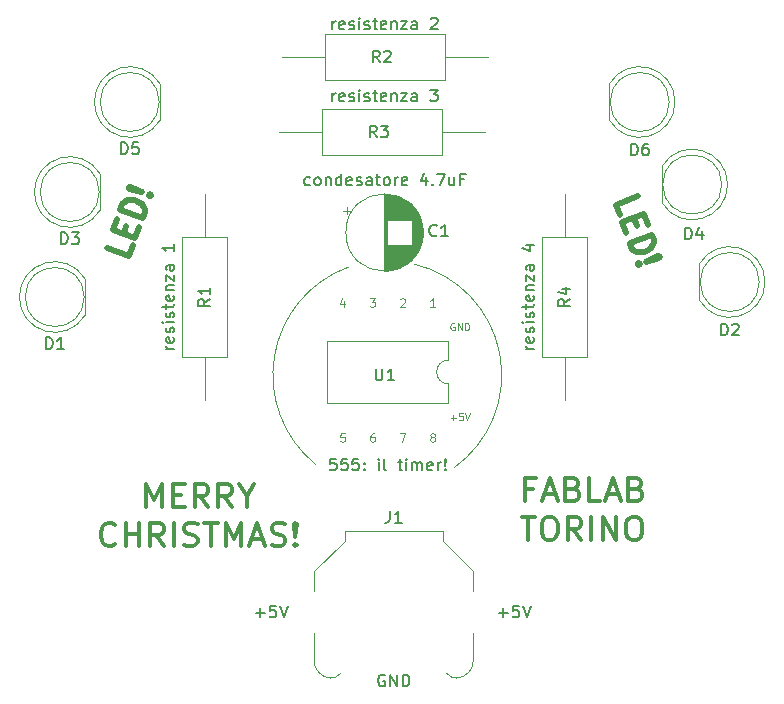
<source format=gbr>
G04 #@! TF.GenerationSoftware,KiCad,Pcbnew,(5.1.5-0)*
G04 #@! TF.CreationDate,2020-12-05T10:39:51+01:00*
G04 #@! TF.ProjectId,xmas_fablab2020,786d6173-5f66-4616-926c-616232303230,rev?*
G04 #@! TF.SameCoordinates,Original*
G04 #@! TF.FileFunction,Legend,Top*
G04 #@! TF.FilePolarity,Positive*
%FSLAX46Y46*%
G04 Gerber Fmt 4.6, Leading zero omitted, Abs format (unit mm)*
G04 Created by KiCad (PCBNEW (5.1.5-0)) date 2020-12-05 10:39:51*
%MOMM*%
%LPD*%
G04 APERTURE LIST*
%ADD10C,0.120000*%
%ADD11C,0.150000*%
%ADD12C,0.110000*%
%ADD13C,0.300000*%
%ADD14C,0.500000*%
G04 APERTURE END LIST*
D10*
X139688799Y-59450457D02*
G75*
G02X143001999Y-76707999I-2274799J-9383543D01*
G01*
X131305350Y-76397089D02*
G75*
G02X134112001Y-59690001I6108650J7563089D01*
G01*
D11*
X149804380Y-66658571D02*
X149137714Y-66658571D01*
X149328190Y-66658571D02*
X149232952Y-66610952D01*
X149185333Y-66563333D01*
X149137714Y-66468095D01*
X149137714Y-66372857D01*
X149756761Y-65658571D02*
X149804380Y-65753809D01*
X149804380Y-65944285D01*
X149756761Y-66039523D01*
X149661523Y-66087142D01*
X149280571Y-66087142D01*
X149185333Y-66039523D01*
X149137714Y-65944285D01*
X149137714Y-65753809D01*
X149185333Y-65658571D01*
X149280571Y-65610952D01*
X149375809Y-65610952D01*
X149471047Y-66087142D01*
X149756761Y-65230000D02*
X149804380Y-65134761D01*
X149804380Y-64944285D01*
X149756761Y-64849047D01*
X149661523Y-64801428D01*
X149613904Y-64801428D01*
X149518666Y-64849047D01*
X149471047Y-64944285D01*
X149471047Y-65087142D01*
X149423428Y-65182380D01*
X149328190Y-65230000D01*
X149280571Y-65230000D01*
X149185333Y-65182380D01*
X149137714Y-65087142D01*
X149137714Y-64944285D01*
X149185333Y-64849047D01*
X149804380Y-64372857D02*
X149137714Y-64372857D01*
X148804380Y-64372857D02*
X148852000Y-64420476D01*
X148899619Y-64372857D01*
X148852000Y-64325238D01*
X148804380Y-64372857D01*
X148899619Y-64372857D01*
X149756761Y-63944285D02*
X149804380Y-63849047D01*
X149804380Y-63658571D01*
X149756761Y-63563333D01*
X149661523Y-63515714D01*
X149613904Y-63515714D01*
X149518666Y-63563333D01*
X149471047Y-63658571D01*
X149471047Y-63801428D01*
X149423428Y-63896666D01*
X149328190Y-63944285D01*
X149280571Y-63944285D01*
X149185333Y-63896666D01*
X149137714Y-63801428D01*
X149137714Y-63658571D01*
X149185333Y-63563333D01*
X149137714Y-63230000D02*
X149137714Y-62849047D01*
X148804380Y-63087142D02*
X149661523Y-63087142D01*
X149756761Y-63039523D01*
X149804380Y-62944285D01*
X149804380Y-62849047D01*
X149756761Y-62134761D02*
X149804380Y-62230000D01*
X149804380Y-62420476D01*
X149756761Y-62515714D01*
X149661523Y-62563333D01*
X149280571Y-62563333D01*
X149185333Y-62515714D01*
X149137714Y-62420476D01*
X149137714Y-62230000D01*
X149185333Y-62134761D01*
X149280571Y-62087142D01*
X149375809Y-62087142D01*
X149471047Y-62563333D01*
X149137714Y-61658571D02*
X149804380Y-61658571D01*
X149232952Y-61658571D02*
X149185333Y-61610952D01*
X149137714Y-61515714D01*
X149137714Y-61372857D01*
X149185333Y-61277619D01*
X149280571Y-61230000D01*
X149804380Y-61230000D01*
X149137714Y-60849047D02*
X149137714Y-60325238D01*
X149804380Y-60849047D01*
X149804380Y-60325238D01*
X149804380Y-59515714D02*
X149280571Y-59515714D01*
X149185333Y-59563333D01*
X149137714Y-59658571D01*
X149137714Y-59849047D01*
X149185333Y-59944285D01*
X149756761Y-59515714D02*
X149804380Y-59610952D01*
X149804380Y-59849047D01*
X149756761Y-59944285D01*
X149661523Y-59991904D01*
X149566285Y-59991904D01*
X149471047Y-59944285D01*
X149423428Y-59849047D01*
X149423428Y-59610952D01*
X149375809Y-59515714D01*
X149137714Y-57849047D02*
X149804380Y-57849047D01*
X148756761Y-58087142D02*
X149471047Y-58325238D01*
X149471047Y-57706190D01*
D10*
X133737333Y-62588000D02*
X133737333Y-63054666D01*
X133570666Y-62321333D02*
X133404000Y-62821333D01*
X133837333Y-62821333D01*
X141157333Y-74084666D02*
X141090666Y-74051333D01*
X141057333Y-74018000D01*
X141024000Y-73951333D01*
X141024000Y-73918000D01*
X141057333Y-73851333D01*
X141090666Y-73818000D01*
X141157333Y-73784666D01*
X141290666Y-73784666D01*
X141357333Y-73818000D01*
X141390666Y-73851333D01*
X141424000Y-73918000D01*
X141424000Y-73951333D01*
X141390666Y-74018000D01*
X141357333Y-74051333D01*
X141290666Y-74084666D01*
X141157333Y-74084666D01*
X141090666Y-74118000D01*
X141057333Y-74151333D01*
X141024000Y-74218000D01*
X141024000Y-74351333D01*
X141057333Y-74418000D01*
X141090666Y-74451333D01*
X141157333Y-74484666D01*
X141290666Y-74484666D01*
X141357333Y-74451333D01*
X141390666Y-74418000D01*
X141424000Y-74351333D01*
X141424000Y-74218000D01*
X141390666Y-74151333D01*
X141357333Y-74118000D01*
X141290666Y-74084666D01*
X138450666Y-73784666D02*
X138917333Y-73784666D01*
X138617333Y-74484666D01*
X136277333Y-73784666D02*
X136144000Y-73784666D01*
X136077333Y-73818000D01*
X136044000Y-73851333D01*
X135977333Y-73951333D01*
X135944000Y-74084666D01*
X135944000Y-74351333D01*
X135977333Y-74418000D01*
X136010666Y-74451333D01*
X136077333Y-74484666D01*
X136210666Y-74484666D01*
X136277333Y-74451333D01*
X136310666Y-74418000D01*
X136344000Y-74351333D01*
X136344000Y-74184666D01*
X136310666Y-74118000D01*
X136277333Y-74084666D01*
X136210666Y-74051333D01*
X136077333Y-74051333D01*
X136010666Y-74084666D01*
X135977333Y-74118000D01*
X135944000Y-74184666D01*
X133770666Y-73784666D02*
X133437333Y-73784666D01*
X133404000Y-74118000D01*
X133437333Y-74084666D01*
X133504000Y-74051333D01*
X133670666Y-74051333D01*
X133737333Y-74084666D01*
X133770666Y-74118000D01*
X133804000Y-74184666D01*
X133804000Y-74351333D01*
X133770666Y-74418000D01*
X133737333Y-74451333D01*
X133670666Y-74484666D01*
X133504000Y-74484666D01*
X133437333Y-74451333D01*
X133404000Y-74418000D01*
X135910666Y-62354666D02*
X136344000Y-62354666D01*
X136110666Y-62621333D01*
X136210666Y-62621333D01*
X136277333Y-62654666D01*
X136310666Y-62688000D01*
X136344000Y-62754666D01*
X136344000Y-62921333D01*
X136310666Y-62988000D01*
X136277333Y-63021333D01*
X136210666Y-63054666D01*
X136010666Y-63054666D01*
X135944000Y-63021333D01*
X135910666Y-62988000D01*
X138484000Y-62421333D02*
X138517333Y-62388000D01*
X138584000Y-62354666D01*
X138750666Y-62354666D01*
X138817333Y-62388000D01*
X138850666Y-62421333D01*
X138884000Y-62488000D01*
X138884000Y-62554666D01*
X138850666Y-62654666D01*
X138450666Y-63054666D01*
X138884000Y-63054666D01*
X141424000Y-63054666D02*
X141024000Y-63054666D01*
X141224000Y-63054666D02*
X141224000Y-62354666D01*
X141157333Y-62454666D01*
X141090666Y-62521333D01*
X141024000Y-62554666D01*
D12*
X143052857Y-64470000D02*
X142995714Y-64441428D01*
X142910000Y-64441428D01*
X142824285Y-64470000D01*
X142767142Y-64527142D01*
X142738571Y-64584285D01*
X142710000Y-64698571D01*
X142710000Y-64784285D01*
X142738571Y-64898571D01*
X142767142Y-64955714D01*
X142824285Y-65012857D01*
X142910000Y-65041428D01*
X142967142Y-65041428D01*
X143052857Y-65012857D01*
X143081428Y-64984285D01*
X143081428Y-64784285D01*
X142967142Y-64784285D01*
X143338571Y-65041428D02*
X143338571Y-64441428D01*
X143681428Y-65041428D01*
X143681428Y-64441428D01*
X143967142Y-65041428D02*
X143967142Y-64441428D01*
X144110000Y-64441428D01*
X144195714Y-64470000D01*
X144252857Y-64527142D01*
X144281428Y-64584285D01*
X144310000Y-64698571D01*
X144310000Y-64784285D01*
X144281428Y-64898571D01*
X144252857Y-64955714D01*
X144195714Y-65012857D01*
X144110000Y-65041428D01*
X143967142Y-65041428D01*
X142738571Y-72432857D02*
X143195714Y-72432857D01*
X142967142Y-72661428D02*
X142967142Y-72204285D01*
X143767142Y-72061428D02*
X143481428Y-72061428D01*
X143452857Y-72347142D01*
X143481428Y-72318571D01*
X143538571Y-72290000D01*
X143681428Y-72290000D01*
X143738571Y-72318571D01*
X143767142Y-72347142D01*
X143795714Y-72404285D01*
X143795714Y-72547142D01*
X143767142Y-72604285D01*
X143738571Y-72632857D01*
X143681428Y-72661428D01*
X143538571Y-72661428D01*
X143481428Y-72632857D01*
X143452857Y-72604285D01*
X143967142Y-72061428D02*
X144167142Y-72661428D01*
X144367142Y-72061428D01*
D11*
X137160095Y-94242000D02*
X137064857Y-94194380D01*
X136922000Y-94194380D01*
X136779142Y-94242000D01*
X136683904Y-94337238D01*
X136636285Y-94432476D01*
X136588666Y-94622952D01*
X136588666Y-94765809D01*
X136636285Y-94956285D01*
X136683904Y-95051523D01*
X136779142Y-95146761D01*
X136922000Y-95194380D01*
X137017238Y-95194380D01*
X137160095Y-95146761D01*
X137207714Y-95099142D01*
X137207714Y-94765809D01*
X137017238Y-94765809D01*
X137636285Y-95194380D02*
X137636285Y-94194380D01*
X138207714Y-95194380D01*
X138207714Y-94194380D01*
X138683904Y-95194380D02*
X138683904Y-94194380D01*
X138922000Y-94194380D01*
X139064857Y-94242000D01*
X139160095Y-94337238D01*
X139207714Y-94432476D01*
X139255333Y-94622952D01*
X139255333Y-94765809D01*
X139207714Y-94956285D01*
X139160095Y-95051523D01*
X139064857Y-95146761D01*
X138922000Y-95194380D01*
X138683904Y-95194380D01*
X126222285Y-88971428D02*
X126984190Y-88971428D01*
X126603238Y-89352380D02*
X126603238Y-88590476D01*
X127936571Y-88352380D02*
X127460380Y-88352380D01*
X127412761Y-88828571D01*
X127460380Y-88780952D01*
X127555619Y-88733333D01*
X127793714Y-88733333D01*
X127888952Y-88780952D01*
X127936571Y-88828571D01*
X127984190Y-88923809D01*
X127984190Y-89161904D01*
X127936571Y-89257142D01*
X127888952Y-89304761D01*
X127793714Y-89352380D01*
X127555619Y-89352380D01*
X127460380Y-89304761D01*
X127412761Y-89257142D01*
X128269904Y-88352380D02*
X128603238Y-89352380D01*
X128936571Y-88352380D01*
X146796285Y-88971428D02*
X147558190Y-88971428D01*
X147177238Y-89352380D02*
X147177238Y-88590476D01*
X148510571Y-88352380D02*
X148034380Y-88352380D01*
X147986761Y-88828571D01*
X148034380Y-88780952D01*
X148129619Y-88733333D01*
X148367714Y-88733333D01*
X148462952Y-88780952D01*
X148510571Y-88828571D01*
X148558190Y-88923809D01*
X148558190Y-89161904D01*
X148510571Y-89257142D01*
X148462952Y-89304761D01*
X148367714Y-89352380D01*
X148129619Y-89352380D01*
X148034380Y-89304761D01*
X147986761Y-89257142D01*
X148843904Y-88352380D02*
X149177238Y-89352380D01*
X149510571Y-88352380D01*
D13*
X149697952Y-78471142D02*
X149031285Y-78471142D01*
X149031285Y-79518761D02*
X149031285Y-77518761D01*
X149983666Y-77518761D01*
X150650333Y-78947333D02*
X151602714Y-78947333D01*
X150459857Y-79518761D02*
X151126523Y-77518761D01*
X151793190Y-79518761D01*
X153126523Y-78471142D02*
X153412238Y-78566380D01*
X153507476Y-78661619D01*
X153602714Y-78852095D01*
X153602714Y-79137809D01*
X153507476Y-79328285D01*
X153412238Y-79423523D01*
X153221761Y-79518761D01*
X152459857Y-79518761D01*
X152459857Y-77518761D01*
X153126523Y-77518761D01*
X153317000Y-77614000D01*
X153412238Y-77709238D01*
X153507476Y-77899714D01*
X153507476Y-78090190D01*
X153412238Y-78280666D01*
X153317000Y-78375904D01*
X153126523Y-78471142D01*
X152459857Y-78471142D01*
X155412238Y-79518761D02*
X154459857Y-79518761D01*
X154459857Y-77518761D01*
X155983666Y-78947333D02*
X156936047Y-78947333D01*
X155793190Y-79518761D02*
X156459857Y-77518761D01*
X157126523Y-79518761D01*
X158459857Y-78471142D02*
X158745571Y-78566380D01*
X158840809Y-78661619D01*
X158936047Y-78852095D01*
X158936047Y-79137809D01*
X158840809Y-79328285D01*
X158745571Y-79423523D01*
X158555095Y-79518761D01*
X157793190Y-79518761D01*
X157793190Y-77518761D01*
X158459857Y-77518761D01*
X158650333Y-77614000D01*
X158745571Y-77709238D01*
X158840809Y-77899714D01*
X158840809Y-78090190D01*
X158745571Y-78280666D01*
X158650333Y-78375904D01*
X158459857Y-78471142D01*
X157793190Y-78471142D01*
X148745571Y-80818761D02*
X149888428Y-80818761D01*
X149317000Y-82818761D02*
X149317000Y-80818761D01*
X150936047Y-80818761D02*
X151317000Y-80818761D01*
X151507476Y-80914000D01*
X151697952Y-81104476D01*
X151793190Y-81485428D01*
X151793190Y-82152095D01*
X151697952Y-82533047D01*
X151507476Y-82723523D01*
X151317000Y-82818761D01*
X150936047Y-82818761D01*
X150745571Y-82723523D01*
X150555095Y-82533047D01*
X150459857Y-82152095D01*
X150459857Y-81485428D01*
X150555095Y-81104476D01*
X150745571Y-80914000D01*
X150936047Y-80818761D01*
X153793190Y-82818761D02*
X153126523Y-81866380D01*
X152650333Y-82818761D02*
X152650333Y-80818761D01*
X153412238Y-80818761D01*
X153602714Y-80914000D01*
X153697952Y-81009238D01*
X153793190Y-81199714D01*
X153793190Y-81485428D01*
X153697952Y-81675904D01*
X153602714Y-81771142D01*
X153412238Y-81866380D01*
X152650333Y-81866380D01*
X154650333Y-82818761D02*
X154650333Y-80818761D01*
X155602714Y-82818761D02*
X155602714Y-80818761D01*
X156745571Y-82818761D01*
X156745571Y-80818761D01*
X158078904Y-80818761D02*
X158459857Y-80818761D01*
X158650333Y-80914000D01*
X158840809Y-81104476D01*
X158936047Y-81485428D01*
X158936047Y-82152095D01*
X158840809Y-82533047D01*
X158650333Y-82723523D01*
X158459857Y-82818761D01*
X158078904Y-82818761D01*
X157888428Y-82723523D01*
X157697952Y-82533047D01*
X157602714Y-82152095D01*
X157602714Y-81485428D01*
X157697952Y-81104476D01*
X157888428Y-80914000D01*
X158078904Y-80818761D01*
X116983428Y-80026761D02*
X116983428Y-78026761D01*
X117650095Y-79455333D01*
X118316761Y-78026761D01*
X118316761Y-80026761D01*
X119269142Y-78979142D02*
X119935809Y-78979142D01*
X120221523Y-80026761D02*
X119269142Y-80026761D01*
X119269142Y-78026761D01*
X120221523Y-78026761D01*
X122221523Y-80026761D02*
X121554857Y-79074380D01*
X121078666Y-80026761D02*
X121078666Y-78026761D01*
X121840571Y-78026761D01*
X122031047Y-78122000D01*
X122126285Y-78217238D01*
X122221523Y-78407714D01*
X122221523Y-78693428D01*
X122126285Y-78883904D01*
X122031047Y-78979142D01*
X121840571Y-79074380D01*
X121078666Y-79074380D01*
X124221523Y-80026761D02*
X123554857Y-79074380D01*
X123078666Y-80026761D02*
X123078666Y-78026761D01*
X123840571Y-78026761D01*
X124031047Y-78122000D01*
X124126285Y-78217238D01*
X124221523Y-78407714D01*
X124221523Y-78693428D01*
X124126285Y-78883904D01*
X124031047Y-78979142D01*
X123840571Y-79074380D01*
X123078666Y-79074380D01*
X125459619Y-79074380D02*
X125459619Y-80026761D01*
X124792952Y-78026761D02*
X125459619Y-79074380D01*
X126126285Y-78026761D01*
X114364380Y-83136285D02*
X114269142Y-83231523D01*
X113983428Y-83326761D01*
X113792952Y-83326761D01*
X113507238Y-83231523D01*
X113316761Y-83041047D01*
X113221523Y-82850571D01*
X113126285Y-82469619D01*
X113126285Y-82183904D01*
X113221523Y-81802952D01*
X113316761Y-81612476D01*
X113507238Y-81422000D01*
X113792952Y-81326761D01*
X113983428Y-81326761D01*
X114269142Y-81422000D01*
X114364380Y-81517238D01*
X115221523Y-83326761D02*
X115221523Y-81326761D01*
X115221523Y-82279142D02*
X116364380Y-82279142D01*
X116364380Y-83326761D02*
X116364380Y-81326761D01*
X118459619Y-83326761D02*
X117792952Y-82374380D01*
X117316761Y-83326761D02*
X117316761Y-81326761D01*
X118078666Y-81326761D01*
X118269142Y-81422000D01*
X118364380Y-81517238D01*
X118459619Y-81707714D01*
X118459619Y-81993428D01*
X118364380Y-82183904D01*
X118269142Y-82279142D01*
X118078666Y-82374380D01*
X117316761Y-82374380D01*
X119316761Y-83326761D02*
X119316761Y-81326761D01*
X120173904Y-83231523D02*
X120459619Y-83326761D01*
X120935809Y-83326761D01*
X121126285Y-83231523D01*
X121221523Y-83136285D01*
X121316761Y-82945809D01*
X121316761Y-82755333D01*
X121221523Y-82564857D01*
X121126285Y-82469619D01*
X120935809Y-82374380D01*
X120554857Y-82279142D01*
X120364380Y-82183904D01*
X120269142Y-82088666D01*
X120173904Y-81898190D01*
X120173904Y-81707714D01*
X120269142Y-81517238D01*
X120364380Y-81422000D01*
X120554857Y-81326761D01*
X121031047Y-81326761D01*
X121316761Y-81422000D01*
X121888190Y-81326761D02*
X123031047Y-81326761D01*
X122459619Y-83326761D02*
X122459619Y-81326761D01*
X123697714Y-83326761D02*
X123697714Y-81326761D01*
X124364380Y-82755333D01*
X125031047Y-81326761D01*
X125031047Y-83326761D01*
X125888190Y-82755333D02*
X126840571Y-82755333D01*
X125697714Y-83326761D02*
X126364380Y-81326761D01*
X127031047Y-83326761D01*
X127602476Y-83231523D02*
X127888190Y-83326761D01*
X128364380Y-83326761D01*
X128554857Y-83231523D01*
X128650095Y-83136285D01*
X128745333Y-82945809D01*
X128745333Y-82755333D01*
X128650095Y-82564857D01*
X128554857Y-82469619D01*
X128364380Y-82374380D01*
X127983428Y-82279142D01*
X127792952Y-82183904D01*
X127697714Y-82088666D01*
X127602476Y-81898190D01*
X127602476Y-81707714D01*
X127697714Y-81517238D01*
X127792952Y-81422000D01*
X127983428Y-81326761D01*
X128459619Y-81326761D01*
X128745333Y-81422000D01*
X129602476Y-83136285D02*
X129697714Y-83231523D01*
X129602476Y-83326761D01*
X129507238Y-83231523D01*
X129602476Y-83136285D01*
X129602476Y-83326761D01*
X129602476Y-82564857D02*
X129507238Y-81422000D01*
X129602476Y-81326761D01*
X129697714Y-81422000D01*
X129602476Y-82564857D01*
X129602476Y-81326761D01*
D14*
X157043194Y-55295797D02*
X156717461Y-54400852D01*
X158596846Y-53716812D01*
X158255648Y-55563952D02*
X158483661Y-56190414D01*
X157596941Y-56817204D02*
X157271208Y-55922259D01*
X159150593Y-55238219D01*
X159476327Y-56133164D01*
X157890102Y-57622655D02*
X159769487Y-56938615D01*
X159932353Y-57386088D01*
X159940579Y-57687145D01*
X159826737Y-57931280D01*
X159680321Y-58085922D01*
X159354916Y-58305710D01*
X159086432Y-58403430D01*
X158695881Y-58444228D01*
X158484319Y-58419881D01*
X158240183Y-58306038D01*
X158052968Y-58070128D01*
X157890102Y-57622655D01*
X158753131Y-59436894D02*
X158696210Y-59558962D01*
X158574142Y-59502041D01*
X158631063Y-59379973D01*
X158753131Y-59436894D01*
X158574142Y-59502041D01*
X159290098Y-59241454D02*
X160331459Y-58761079D01*
X160453527Y-58818000D01*
X160396606Y-58940068D01*
X159290098Y-59241454D01*
X160453527Y-58818000D01*
X115817591Y-57845095D02*
X115491857Y-58740041D01*
X113612472Y-58056000D01*
X115061164Y-56860327D02*
X115289178Y-56233865D01*
X116371338Y-56323688D02*
X116045604Y-57218633D01*
X114166219Y-56534593D01*
X114491952Y-55639648D01*
X116664498Y-55518237D02*
X114785112Y-54834197D01*
X114947979Y-54386724D01*
X115135194Y-54150814D01*
X115379330Y-54036972D01*
X115590892Y-54012624D01*
X115981443Y-54053423D01*
X116249927Y-54151143D01*
X116575332Y-54370931D01*
X116721748Y-54525572D01*
X116835590Y-54769708D01*
X116827364Y-55070765D01*
X116664498Y-55518237D01*
X117169549Y-53573705D02*
X117291617Y-53516784D01*
X117348538Y-53638852D01*
X117226470Y-53695773D01*
X117169549Y-53573705D01*
X117348538Y-53638852D01*
X116632582Y-53378265D02*
X115526074Y-53076880D01*
X115469153Y-52954812D01*
X115591221Y-52897891D01*
X116632582Y-53378265D01*
X115469153Y-52954812D01*
D11*
X133033047Y-75906380D02*
X132556857Y-75906380D01*
X132509238Y-76382571D01*
X132556857Y-76334952D01*
X132652095Y-76287333D01*
X132890190Y-76287333D01*
X132985428Y-76334952D01*
X133033047Y-76382571D01*
X133080666Y-76477809D01*
X133080666Y-76715904D01*
X133033047Y-76811142D01*
X132985428Y-76858761D01*
X132890190Y-76906380D01*
X132652095Y-76906380D01*
X132556857Y-76858761D01*
X132509238Y-76811142D01*
X133985428Y-75906380D02*
X133509238Y-75906380D01*
X133461619Y-76382571D01*
X133509238Y-76334952D01*
X133604476Y-76287333D01*
X133842571Y-76287333D01*
X133937809Y-76334952D01*
X133985428Y-76382571D01*
X134033047Y-76477809D01*
X134033047Y-76715904D01*
X133985428Y-76811142D01*
X133937809Y-76858761D01*
X133842571Y-76906380D01*
X133604476Y-76906380D01*
X133509238Y-76858761D01*
X133461619Y-76811142D01*
X134937809Y-75906380D02*
X134461619Y-75906380D01*
X134414000Y-76382571D01*
X134461619Y-76334952D01*
X134556857Y-76287333D01*
X134794952Y-76287333D01*
X134890190Y-76334952D01*
X134937809Y-76382571D01*
X134985428Y-76477809D01*
X134985428Y-76715904D01*
X134937809Y-76811142D01*
X134890190Y-76858761D01*
X134794952Y-76906380D01*
X134556857Y-76906380D01*
X134461619Y-76858761D01*
X134414000Y-76811142D01*
X135414000Y-76811142D02*
X135461619Y-76858761D01*
X135414000Y-76906380D01*
X135366380Y-76858761D01*
X135414000Y-76811142D01*
X135414000Y-76906380D01*
X135414000Y-76287333D02*
X135461619Y-76334952D01*
X135414000Y-76382571D01*
X135366380Y-76334952D01*
X135414000Y-76287333D01*
X135414000Y-76382571D01*
X136652095Y-76906380D02*
X136652095Y-76239714D01*
X136652095Y-75906380D02*
X136604476Y-75954000D01*
X136652095Y-76001619D01*
X136699714Y-75954000D01*
X136652095Y-75906380D01*
X136652095Y-76001619D01*
X137271142Y-76906380D02*
X137175904Y-76858761D01*
X137128285Y-76763523D01*
X137128285Y-75906380D01*
X138271142Y-76239714D02*
X138652095Y-76239714D01*
X138414000Y-75906380D02*
X138414000Y-76763523D01*
X138461619Y-76858761D01*
X138556857Y-76906380D01*
X138652095Y-76906380D01*
X138985428Y-76906380D02*
X138985428Y-76239714D01*
X138985428Y-75906380D02*
X138937809Y-75954000D01*
X138985428Y-76001619D01*
X139033047Y-75954000D01*
X138985428Y-75906380D01*
X138985428Y-76001619D01*
X139461619Y-76906380D02*
X139461619Y-76239714D01*
X139461619Y-76334952D02*
X139509238Y-76287333D01*
X139604476Y-76239714D01*
X139747333Y-76239714D01*
X139842571Y-76287333D01*
X139890190Y-76382571D01*
X139890190Y-76906380D01*
X139890190Y-76382571D02*
X139937809Y-76287333D01*
X140033047Y-76239714D01*
X140175904Y-76239714D01*
X140271142Y-76287333D01*
X140318761Y-76382571D01*
X140318761Y-76906380D01*
X141175904Y-76858761D02*
X141080666Y-76906380D01*
X140890190Y-76906380D01*
X140794952Y-76858761D01*
X140747333Y-76763523D01*
X140747333Y-76382571D01*
X140794952Y-76287333D01*
X140890190Y-76239714D01*
X141080666Y-76239714D01*
X141175904Y-76287333D01*
X141223523Y-76382571D01*
X141223523Y-76477809D01*
X140747333Y-76573047D01*
X141652095Y-76906380D02*
X141652095Y-76239714D01*
X141652095Y-76430190D02*
X141699714Y-76334952D01*
X141747333Y-76287333D01*
X141842571Y-76239714D01*
X141937809Y-76239714D01*
X142271142Y-76811142D02*
X142318761Y-76858761D01*
X142271142Y-76906380D01*
X142223523Y-76858761D01*
X142271142Y-76811142D01*
X142271142Y-76906380D01*
X142271142Y-76525428D02*
X142223523Y-75954000D01*
X142271142Y-75906380D01*
X142318761Y-75954000D01*
X142271142Y-76525428D01*
X142271142Y-75906380D01*
X130826666Y-52728761D02*
X130731428Y-52776380D01*
X130540952Y-52776380D01*
X130445714Y-52728761D01*
X130398095Y-52681142D01*
X130350476Y-52585904D01*
X130350476Y-52300190D01*
X130398095Y-52204952D01*
X130445714Y-52157333D01*
X130540952Y-52109714D01*
X130731428Y-52109714D01*
X130826666Y-52157333D01*
X131398095Y-52776380D02*
X131302857Y-52728761D01*
X131255238Y-52681142D01*
X131207619Y-52585904D01*
X131207619Y-52300190D01*
X131255238Y-52204952D01*
X131302857Y-52157333D01*
X131398095Y-52109714D01*
X131540952Y-52109714D01*
X131636190Y-52157333D01*
X131683809Y-52204952D01*
X131731428Y-52300190D01*
X131731428Y-52585904D01*
X131683809Y-52681142D01*
X131636190Y-52728761D01*
X131540952Y-52776380D01*
X131398095Y-52776380D01*
X132160000Y-52109714D02*
X132160000Y-52776380D01*
X132160000Y-52204952D02*
X132207619Y-52157333D01*
X132302857Y-52109714D01*
X132445714Y-52109714D01*
X132540952Y-52157333D01*
X132588571Y-52252571D01*
X132588571Y-52776380D01*
X133493333Y-52776380D02*
X133493333Y-51776380D01*
X133493333Y-52728761D02*
X133398095Y-52776380D01*
X133207619Y-52776380D01*
X133112380Y-52728761D01*
X133064761Y-52681142D01*
X133017142Y-52585904D01*
X133017142Y-52300190D01*
X133064761Y-52204952D01*
X133112380Y-52157333D01*
X133207619Y-52109714D01*
X133398095Y-52109714D01*
X133493333Y-52157333D01*
X134350476Y-52728761D02*
X134255238Y-52776380D01*
X134064761Y-52776380D01*
X133969523Y-52728761D01*
X133921904Y-52633523D01*
X133921904Y-52252571D01*
X133969523Y-52157333D01*
X134064761Y-52109714D01*
X134255238Y-52109714D01*
X134350476Y-52157333D01*
X134398095Y-52252571D01*
X134398095Y-52347809D01*
X133921904Y-52443047D01*
X134779047Y-52728761D02*
X134874285Y-52776380D01*
X135064761Y-52776380D01*
X135160000Y-52728761D01*
X135207619Y-52633523D01*
X135207619Y-52585904D01*
X135160000Y-52490666D01*
X135064761Y-52443047D01*
X134921904Y-52443047D01*
X134826666Y-52395428D01*
X134779047Y-52300190D01*
X134779047Y-52252571D01*
X134826666Y-52157333D01*
X134921904Y-52109714D01*
X135064761Y-52109714D01*
X135160000Y-52157333D01*
X136064761Y-52776380D02*
X136064761Y-52252571D01*
X136017142Y-52157333D01*
X135921904Y-52109714D01*
X135731428Y-52109714D01*
X135636190Y-52157333D01*
X136064761Y-52728761D02*
X135969523Y-52776380D01*
X135731428Y-52776380D01*
X135636190Y-52728761D01*
X135588571Y-52633523D01*
X135588571Y-52538285D01*
X135636190Y-52443047D01*
X135731428Y-52395428D01*
X135969523Y-52395428D01*
X136064761Y-52347809D01*
X136398095Y-52109714D02*
X136779047Y-52109714D01*
X136540952Y-51776380D02*
X136540952Y-52633523D01*
X136588571Y-52728761D01*
X136683809Y-52776380D01*
X136779047Y-52776380D01*
X137255238Y-52776380D02*
X137160000Y-52728761D01*
X137112380Y-52681142D01*
X137064761Y-52585904D01*
X137064761Y-52300190D01*
X137112380Y-52204952D01*
X137160000Y-52157333D01*
X137255238Y-52109714D01*
X137398095Y-52109714D01*
X137493333Y-52157333D01*
X137540952Y-52204952D01*
X137588571Y-52300190D01*
X137588571Y-52585904D01*
X137540952Y-52681142D01*
X137493333Y-52728761D01*
X137398095Y-52776380D01*
X137255238Y-52776380D01*
X138017142Y-52776380D02*
X138017142Y-52109714D01*
X138017142Y-52300190D02*
X138064761Y-52204952D01*
X138112380Y-52157333D01*
X138207619Y-52109714D01*
X138302857Y-52109714D01*
X139017142Y-52728761D02*
X138921904Y-52776380D01*
X138731428Y-52776380D01*
X138636190Y-52728761D01*
X138588571Y-52633523D01*
X138588571Y-52252571D01*
X138636190Y-52157333D01*
X138731428Y-52109714D01*
X138921904Y-52109714D01*
X139017142Y-52157333D01*
X139064761Y-52252571D01*
X139064761Y-52347809D01*
X138588571Y-52443047D01*
X140683809Y-52109714D02*
X140683809Y-52776380D01*
X140445714Y-51728761D02*
X140207619Y-52443047D01*
X140826666Y-52443047D01*
X141207619Y-52681142D02*
X141255238Y-52728761D01*
X141207619Y-52776380D01*
X141160000Y-52728761D01*
X141207619Y-52681142D01*
X141207619Y-52776380D01*
X141588571Y-51776380D02*
X142255238Y-51776380D01*
X141826666Y-52776380D01*
X143064761Y-52109714D02*
X143064761Y-52776380D01*
X142636190Y-52109714D02*
X142636190Y-52633523D01*
X142683809Y-52728761D01*
X142779047Y-52776380D01*
X142921904Y-52776380D01*
X143017142Y-52728761D01*
X143064761Y-52681142D01*
X143874285Y-52252571D02*
X143540952Y-52252571D01*
X143540952Y-52776380D02*
X143540952Y-51776380D01*
X144017142Y-51776380D01*
X119324380Y-66658571D02*
X118657714Y-66658571D01*
X118848190Y-66658571D02*
X118752952Y-66610952D01*
X118705333Y-66563333D01*
X118657714Y-66468095D01*
X118657714Y-66372857D01*
X119276761Y-65658571D02*
X119324380Y-65753809D01*
X119324380Y-65944285D01*
X119276761Y-66039523D01*
X119181523Y-66087142D01*
X118800571Y-66087142D01*
X118705333Y-66039523D01*
X118657714Y-65944285D01*
X118657714Y-65753809D01*
X118705333Y-65658571D01*
X118800571Y-65610952D01*
X118895809Y-65610952D01*
X118991047Y-66087142D01*
X119276761Y-65230000D02*
X119324380Y-65134761D01*
X119324380Y-64944285D01*
X119276761Y-64849047D01*
X119181523Y-64801428D01*
X119133904Y-64801428D01*
X119038666Y-64849047D01*
X118991047Y-64944285D01*
X118991047Y-65087142D01*
X118943428Y-65182380D01*
X118848190Y-65230000D01*
X118800571Y-65230000D01*
X118705333Y-65182380D01*
X118657714Y-65087142D01*
X118657714Y-64944285D01*
X118705333Y-64849047D01*
X119324380Y-64372857D02*
X118657714Y-64372857D01*
X118324380Y-64372857D02*
X118372000Y-64420476D01*
X118419619Y-64372857D01*
X118372000Y-64325238D01*
X118324380Y-64372857D01*
X118419619Y-64372857D01*
X119276761Y-63944285D02*
X119324380Y-63849047D01*
X119324380Y-63658571D01*
X119276761Y-63563333D01*
X119181523Y-63515714D01*
X119133904Y-63515714D01*
X119038666Y-63563333D01*
X118991047Y-63658571D01*
X118991047Y-63801428D01*
X118943428Y-63896666D01*
X118848190Y-63944285D01*
X118800571Y-63944285D01*
X118705333Y-63896666D01*
X118657714Y-63801428D01*
X118657714Y-63658571D01*
X118705333Y-63563333D01*
X118657714Y-63230000D02*
X118657714Y-62849047D01*
X118324380Y-63087142D02*
X119181523Y-63087142D01*
X119276761Y-63039523D01*
X119324380Y-62944285D01*
X119324380Y-62849047D01*
X119276761Y-62134761D02*
X119324380Y-62230000D01*
X119324380Y-62420476D01*
X119276761Y-62515714D01*
X119181523Y-62563333D01*
X118800571Y-62563333D01*
X118705333Y-62515714D01*
X118657714Y-62420476D01*
X118657714Y-62230000D01*
X118705333Y-62134761D01*
X118800571Y-62087142D01*
X118895809Y-62087142D01*
X118991047Y-62563333D01*
X118657714Y-61658571D02*
X119324380Y-61658571D01*
X118752952Y-61658571D02*
X118705333Y-61610952D01*
X118657714Y-61515714D01*
X118657714Y-61372857D01*
X118705333Y-61277619D01*
X118800571Y-61230000D01*
X119324380Y-61230000D01*
X118657714Y-60849047D02*
X118657714Y-60325238D01*
X119324380Y-60849047D01*
X119324380Y-60325238D01*
X119324380Y-59515714D02*
X118800571Y-59515714D01*
X118705333Y-59563333D01*
X118657714Y-59658571D01*
X118657714Y-59849047D01*
X118705333Y-59944285D01*
X119276761Y-59515714D02*
X119324380Y-59610952D01*
X119324380Y-59849047D01*
X119276761Y-59944285D01*
X119181523Y-59991904D01*
X119086285Y-59991904D01*
X118991047Y-59944285D01*
X118943428Y-59849047D01*
X118943428Y-59610952D01*
X118895809Y-59515714D01*
X119324380Y-57753809D02*
X119324380Y-58325238D01*
X119324380Y-58039523D02*
X118324380Y-58039523D01*
X118467238Y-58134761D01*
X118562476Y-58230000D01*
X118610095Y-58325238D01*
X132731428Y-39568380D02*
X132731428Y-38901714D01*
X132731428Y-39092190D02*
X132779047Y-38996952D01*
X132826666Y-38949333D01*
X132921904Y-38901714D01*
X133017142Y-38901714D01*
X133731428Y-39520761D02*
X133636190Y-39568380D01*
X133445714Y-39568380D01*
X133350476Y-39520761D01*
X133302857Y-39425523D01*
X133302857Y-39044571D01*
X133350476Y-38949333D01*
X133445714Y-38901714D01*
X133636190Y-38901714D01*
X133731428Y-38949333D01*
X133779047Y-39044571D01*
X133779047Y-39139809D01*
X133302857Y-39235047D01*
X134160000Y-39520761D02*
X134255238Y-39568380D01*
X134445714Y-39568380D01*
X134540952Y-39520761D01*
X134588571Y-39425523D01*
X134588571Y-39377904D01*
X134540952Y-39282666D01*
X134445714Y-39235047D01*
X134302857Y-39235047D01*
X134207619Y-39187428D01*
X134160000Y-39092190D01*
X134160000Y-39044571D01*
X134207619Y-38949333D01*
X134302857Y-38901714D01*
X134445714Y-38901714D01*
X134540952Y-38949333D01*
X135017142Y-39568380D02*
X135017142Y-38901714D01*
X135017142Y-38568380D02*
X134969523Y-38616000D01*
X135017142Y-38663619D01*
X135064761Y-38616000D01*
X135017142Y-38568380D01*
X135017142Y-38663619D01*
X135445714Y-39520761D02*
X135540952Y-39568380D01*
X135731428Y-39568380D01*
X135826666Y-39520761D01*
X135874285Y-39425523D01*
X135874285Y-39377904D01*
X135826666Y-39282666D01*
X135731428Y-39235047D01*
X135588571Y-39235047D01*
X135493333Y-39187428D01*
X135445714Y-39092190D01*
X135445714Y-39044571D01*
X135493333Y-38949333D01*
X135588571Y-38901714D01*
X135731428Y-38901714D01*
X135826666Y-38949333D01*
X136160000Y-38901714D02*
X136540952Y-38901714D01*
X136302857Y-38568380D02*
X136302857Y-39425523D01*
X136350476Y-39520761D01*
X136445714Y-39568380D01*
X136540952Y-39568380D01*
X137255238Y-39520761D02*
X137160000Y-39568380D01*
X136969523Y-39568380D01*
X136874285Y-39520761D01*
X136826666Y-39425523D01*
X136826666Y-39044571D01*
X136874285Y-38949333D01*
X136969523Y-38901714D01*
X137160000Y-38901714D01*
X137255238Y-38949333D01*
X137302857Y-39044571D01*
X137302857Y-39139809D01*
X136826666Y-39235047D01*
X137731428Y-38901714D02*
X137731428Y-39568380D01*
X137731428Y-38996952D02*
X137779047Y-38949333D01*
X137874285Y-38901714D01*
X138017142Y-38901714D01*
X138112380Y-38949333D01*
X138160000Y-39044571D01*
X138160000Y-39568380D01*
X138540952Y-38901714D02*
X139064761Y-38901714D01*
X138540952Y-39568380D01*
X139064761Y-39568380D01*
X139874285Y-39568380D02*
X139874285Y-39044571D01*
X139826666Y-38949333D01*
X139731428Y-38901714D01*
X139540952Y-38901714D01*
X139445714Y-38949333D01*
X139874285Y-39520761D02*
X139779047Y-39568380D01*
X139540952Y-39568380D01*
X139445714Y-39520761D01*
X139398095Y-39425523D01*
X139398095Y-39330285D01*
X139445714Y-39235047D01*
X139540952Y-39187428D01*
X139779047Y-39187428D01*
X139874285Y-39139809D01*
X141064761Y-38663619D02*
X141112380Y-38616000D01*
X141207619Y-38568380D01*
X141445714Y-38568380D01*
X141540952Y-38616000D01*
X141588571Y-38663619D01*
X141636190Y-38758857D01*
X141636190Y-38854095D01*
X141588571Y-38996952D01*
X141017142Y-39568380D01*
X141636190Y-39568380D01*
X132731428Y-45664380D02*
X132731428Y-44997714D01*
X132731428Y-45188190D02*
X132779047Y-45092952D01*
X132826666Y-45045333D01*
X132921904Y-44997714D01*
X133017142Y-44997714D01*
X133731428Y-45616761D02*
X133636190Y-45664380D01*
X133445714Y-45664380D01*
X133350476Y-45616761D01*
X133302857Y-45521523D01*
X133302857Y-45140571D01*
X133350476Y-45045333D01*
X133445714Y-44997714D01*
X133636190Y-44997714D01*
X133731428Y-45045333D01*
X133779047Y-45140571D01*
X133779047Y-45235809D01*
X133302857Y-45331047D01*
X134160000Y-45616761D02*
X134255238Y-45664380D01*
X134445714Y-45664380D01*
X134540952Y-45616761D01*
X134588571Y-45521523D01*
X134588571Y-45473904D01*
X134540952Y-45378666D01*
X134445714Y-45331047D01*
X134302857Y-45331047D01*
X134207619Y-45283428D01*
X134160000Y-45188190D01*
X134160000Y-45140571D01*
X134207619Y-45045333D01*
X134302857Y-44997714D01*
X134445714Y-44997714D01*
X134540952Y-45045333D01*
X135017142Y-45664380D02*
X135017142Y-44997714D01*
X135017142Y-44664380D02*
X134969523Y-44712000D01*
X135017142Y-44759619D01*
X135064761Y-44712000D01*
X135017142Y-44664380D01*
X135017142Y-44759619D01*
X135445714Y-45616761D02*
X135540952Y-45664380D01*
X135731428Y-45664380D01*
X135826666Y-45616761D01*
X135874285Y-45521523D01*
X135874285Y-45473904D01*
X135826666Y-45378666D01*
X135731428Y-45331047D01*
X135588571Y-45331047D01*
X135493333Y-45283428D01*
X135445714Y-45188190D01*
X135445714Y-45140571D01*
X135493333Y-45045333D01*
X135588571Y-44997714D01*
X135731428Y-44997714D01*
X135826666Y-45045333D01*
X136160000Y-44997714D02*
X136540952Y-44997714D01*
X136302857Y-44664380D02*
X136302857Y-45521523D01*
X136350476Y-45616761D01*
X136445714Y-45664380D01*
X136540952Y-45664380D01*
X137255238Y-45616761D02*
X137160000Y-45664380D01*
X136969523Y-45664380D01*
X136874285Y-45616761D01*
X136826666Y-45521523D01*
X136826666Y-45140571D01*
X136874285Y-45045333D01*
X136969523Y-44997714D01*
X137160000Y-44997714D01*
X137255238Y-45045333D01*
X137302857Y-45140571D01*
X137302857Y-45235809D01*
X136826666Y-45331047D01*
X137731428Y-44997714D02*
X137731428Y-45664380D01*
X137731428Y-45092952D02*
X137779047Y-45045333D01*
X137874285Y-44997714D01*
X138017142Y-44997714D01*
X138112380Y-45045333D01*
X138160000Y-45140571D01*
X138160000Y-45664380D01*
X138540952Y-44997714D02*
X139064761Y-44997714D01*
X138540952Y-45664380D01*
X139064761Y-45664380D01*
X139874285Y-45664380D02*
X139874285Y-45140571D01*
X139826666Y-45045333D01*
X139731428Y-44997714D01*
X139540952Y-44997714D01*
X139445714Y-45045333D01*
X139874285Y-45616761D02*
X139779047Y-45664380D01*
X139540952Y-45664380D01*
X139445714Y-45616761D01*
X139398095Y-45521523D01*
X139398095Y-45426285D01*
X139445714Y-45331047D01*
X139540952Y-45283428D01*
X139779047Y-45283428D01*
X139874285Y-45235809D01*
X141017142Y-44664380D02*
X141636190Y-44664380D01*
X141302857Y-45045333D01*
X141445714Y-45045333D01*
X141540952Y-45092952D01*
X141588571Y-45140571D01*
X141636190Y-45235809D01*
X141636190Y-45473904D01*
X141588571Y-45569142D01*
X141540952Y-45616761D01*
X141445714Y-45664380D01*
X141160000Y-45664380D01*
X141064761Y-45616761D01*
X141017142Y-45569142D01*
D10*
X150480000Y-67300000D02*
X154320000Y-67300000D01*
X154320000Y-67300000D02*
X154320000Y-57160000D01*
X154320000Y-57160000D02*
X150480000Y-57160000D01*
X150480000Y-57160000D02*
X150480000Y-67300000D01*
X152400000Y-70950000D02*
X152400000Y-67300000D01*
X152400000Y-53510000D02*
X152400000Y-57160000D01*
X142230000Y-43830000D02*
X142230000Y-39990000D01*
X142230000Y-39990000D02*
X132090000Y-39990000D01*
X132090000Y-39990000D02*
X132090000Y-43830000D01*
X132090000Y-43830000D02*
X142230000Y-43830000D01*
X145880000Y-41910000D02*
X142230000Y-41910000D01*
X128440000Y-41910000D02*
X132090000Y-41910000D01*
X140410000Y-56769000D02*
G75*
G03X140410000Y-56769000I-3270000J0D01*
G01*
X137140000Y-53539000D02*
X137140000Y-59999000D01*
X137180000Y-53539000D02*
X137180000Y-59999000D01*
X137220000Y-53539000D02*
X137220000Y-59999000D01*
X137260000Y-53541000D02*
X137260000Y-59997000D01*
X137300000Y-53542000D02*
X137300000Y-59996000D01*
X137340000Y-53545000D02*
X137340000Y-59993000D01*
X137380000Y-53547000D02*
X137380000Y-55729000D01*
X137380000Y-57809000D02*
X137380000Y-59991000D01*
X137420000Y-53551000D02*
X137420000Y-55729000D01*
X137420000Y-57809000D02*
X137420000Y-59987000D01*
X137460000Y-53554000D02*
X137460000Y-55729000D01*
X137460000Y-57809000D02*
X137460000Y-59984000D01*
X137500000Y-53558000D02*
X137500000Y-55729000D01*
X137500000Y-57809000D02*
X137500000Y-59980000D01*
X137540000Y-53563000D02*
X137540000Y-55729000D01*
X137540000Y-57809000D02*
X137540000Y-59975000D01*
X137580000Y-53568000D02*
X137580000Y-55729000D01*
X137580000Y-57809000D02*
X137580000Y-59970000D01*
X137620000Y-53574000D02*
X137620000Y-55729000D01*
X137620000Y-57809000D02*
X137620000Y-59964000D01*
X137660000Y-53580000D02*
X137660000Y-55729000D01*
X137660000Y-57809000D02*
X137660000Y-59958000D01*
X137700000Y-53587000D02*
X137700000Y-55729000D01*
X137700000Y-57809000D02*
X137700000Y-59951000D01*
X137740000Y-53594000D02*
X137740000Y-55729000D01*
X137740000Y-57809000D02*
X137740000Y-59944000D01*
X137780000Y-53602000D02*
X137780000Y-55729000D01*
X137780000Y-57809000D02*
X137780000Y-59936000D01*
X137820000Y-53610000D02*
X137820000Y-55729000D01*
X137820000Y-57809000D02*
X137820000Y-59928000D01*
X137861000Y-53619000D02*
X137861000Y-55729000D01*
X137861000Y-57809000D02*
X137861000Y-59919000D01*
X137901000Y-53628000D02*
X137901000Y-55729000D01*
X137901000Y-57809000D02*
X137901000Y-59910000D01*
X137941000Y-53638000D02*
X137941000Y-55729000D01*
X137941000Y-57809000D02*
X137941000Y-59900000D01*
X137981000Y-53648000D02*
X137981000Y-55729000D01*
X137981000Y-57809000D02*
X137981000Y-59890000D01*
X138021000Y-53659000D02*
X138021000Y-55729000D01*
X138021000Y-57809000D02*
X138021000Y-59879000D01*
X138061000Y-53671000D02*
X138061000Y-55729000D01*
X138061000Y-57809000D02*
X138061000Y-59867000D01*
X138101000Y-53683000D02*
X138101000Y-55729000D01*
X138101000Y-57809000D02*
X138101000Y-59855000D01*
X138141000Y-53695000D02*
X138141000Y-55729000D01*
X138141000Y-57809000D02*
X138141000Y-59843000D01*
X138181000Y-53708000D02*
X138181000Y-55729000D01*
X138181000Y-57809000D02*
X138181000Y-59830000D01*
X138221000Y-53722000D02*
X138221000Y-55729000D01*
X138221000Y-57809000D02*
X138221000Y-59816000D01*
X138261000Y-53736000D02*
X138261000Y-55729000D01*
X138261000Y-57809000D02*
X138261000Y-59802000D01*
X138301000Y-53751000D02*
X138301000Y-55729000D01*
X138301000Y-57809000D02*
X138301000Y-59787000D01*
X138341000Y-53767000D02*
X138341000Y-55729000D01*
X138341000Y-57809000D02*
X138341000Y-59771000D01*
X138381000Y-53783000D02*
X138381000Y-55729000D01*
X138381000Y-57809000D02*
X138381000Y-59755000D01*
X138421000Y-53799000D02*
X138421000Y-55729000D01*
X138421000Y-57809000D02*
X138421000Y-59739000D01*
X138461000Y-53817000D02*
X138461000Y-55729000D01*
X138461000Y-57809000D02*
X138461000Y-59721000D01*
X138501000Y-53835000D02*
X138501000Y-55729000D01*
X138501000Y-57809000D02*
X138501000Y-59703000D01*
X138541000Y-53853000D02*
X138541000Y-55729000D01*
X138541000Y-57809000D02*
X138541000Y-59685000D01*
X138581000Y-53873000D02*
X138581000Y-55729000D01*
X138581000Y-57809000D02*
X138581000Y-59665000D01*
X138621000Y-53893000D02*
X138621000Y-55729000D01*
X138621000Y-57809000D02*
X138621000Y-59645000D01*
X138661000Y-53913000D02*
X138661000Y-55729000D01*
X138661000Y-57809000D02*
X138661000Y-59625000D01*
X138701000Y-53935000D02*
X138701000Y-55729000D01*
X138701000Y-57809000D02*
X138701000Y-59603000D01*
X138741000Y-53957000D02*
X138741000Y-55729000D01*
X138741000Y-57809000D02*
X138741000Y-59581000D01*
X138781000Y-53979000D02*
X138781000Y-55729000D01*
X138781000Y-57809000D02*
X138781000Y-59559000D01*
X138821000Y-54003000D02*
X138821000Y-55729000D01*
X138821000Y-57809000D02*
X138821000Y-59535000D01*
X138861000Y-54027000D02*
X138861000Y-55729000D01*
X138861000Y-57809000D02*
X138861000Y-59511000D01*
X138901000Y-54053000D02*
X138901000Y-55729000D01*
X138901000Y-57809000D02*
X138901000Y-59485000D01*
X138941000Y-54079000D02*
X138941000Y-55729000D01*
X138941000Y-57809000D02*
X138941000Y-59459000D01*
X138981000Y-54105000D02*
X138981000Y-55729000D01*
X138981000Y-57809000D02*
X138981000Y-59433000D01*
X139021000Y-54133000D02*
X139021000Y-55729000D01*
X139021000Y-57809000D02*
X139021000Y-59405000D01*
X139061000Y-54162000D02*
X139061000Y-55729000D01*
X139061000Y-57809000D02*
X139061000Y-59376000D01*
X139101000Y-54191000D02*
X139101000Y-55729000D01*
X139101000Y-57809000D02*
X139101000Y-59347000D01*
X139141000Y-54221000D02*
X139141000Y-55729000D01*
X139141000Y-57809000D02*
X139141000Y-59317000D01*
X139181000Y-54253000D02*
X139181000Y-55729000D01*
X139181000Y-57809000D02*
X139181000Y-59285000D01*
X139221000Y-54285000D02*
X139221000Y-55729000D01*
X139221000Y-57809000D02*
X139221000Y-59253000D01*
X139261000Y-54319000D02*
X139261000Y-55729000D01*
X139261000Y-57809000D02*
X139261000Y-59219000D01*
X139301000Y-54353000D02*
X139301000Y-55729000D01*
X139301000Y-57809000D02*
X139301000Y-59185000D01*
X139341000Y-54389000D02*
X139341000Y-55729000D01*
X139341000Y-57809000D02*
X139341000Y-59149000D01*
X139381000Y-54426000D02*
X139381000Y-55729000D01*
X139381000Y-57809000D02*
X139381000Y-59112000D01*
X139421000Y-54464000D02*
X139421000Y-55729000D01*
X139421000Y-57809000D02*
X139421000Y-59074000D01*
X139461000Y-54504000D02*
X139461000Y-59034000D01*
X139501000Y-54545000D02*
X139501000Y-58993000D01*
X139541000Y-54587000D02*
X139541000Y-58951000D01*
X139581000Y-54632000D02*
X139581000Y-58906000D01*
X139621000Y-54677000D02*
X139621000Y-58861000D01*
X139661000Y-54725000D02*
X139661000Y-58813000D01*
X139701000Y-54774000D02*
X139701000Y-58764000D01*
X139741000Y-54825000D02*
X139741000Y-58713000D01*
X139781000Y-54879000D02*
X139781000Y-58659000D01*
X139821000Y-54935000D02*
X139821000Y-58603000D01*
X139861000Y-54993000D02*
X139861000Y-58545000D01*
X139901000Y-55055000D02*
X139901000Y-58483000D01*
X139941000Y-55119000D02*
X139941000Y-58419000D01*
X139981000Y-55188000D02*
X139981000Y-58350000D01*
X140021000Y-55260000D02*
X140021000Y-58278000D01*
X140061000Y-55337000D02*
X140061000Y-58201000D01*
X140101000Y-55419000D02*
X140101000Y-58119000D01*
X140141000Y-55507000D02*
X140141000Y-58031000D01*
X140181000Y-55604000D02*
X140181000Y-57934000D01*
X140221000Y-55710000D02*
X140221000Y-57828000D01*
X140261000Y-55829000D02*
X140261000Y-57709000D01*
X140301000Y-55967000D02*
X140301000Y-57571000D01*
X140341000Y-56136000D02*
X140341000Y-57402000D01*
X140381000Y-56367000D02*
X140381000Y-57171000D01*
X133639759Y-54930000D02*
X134269759Y-54930000D01*
X133954759Y-54615000D02*
X133954759Y-55245000D01*
X111780000Y-63775000D02*
X111780000Y-60685000D01*
X111720000Y-62230000D02*
G75*
G03X111720000Y-62230000I-2500000J0D01*
G01*
X106230000Y-62230462D02*
G75*
G02X111780000Y-60685170I2990000J462D01*
G01*
X106230000Y-62229538D02*
G75*
G03X111780000Y-63774830I2990000J-462D01*
G01*
X169360000Y-60960462D02*
G75*
G03X163810000Y-59415170I-2990000J462D01*
G01*
X169360000Y-60959538D02*
G75*
G02X163810000Y-62504830I-2990000J-462D01*
G01*
X168870000Y-60960000D02*
G75*
G03X168870000Y-60960000I-2500000J0D01*
G01*
X163810000Y-59415000D02*
X163810000Y-62505000D01*
X121920000Y-53510000D02*
X121920000Y-57160000D01*
X121920000Y-70950000D02*
X121920000Y-67300000D01*
X120000000Y-57160000D02*
X120000000Y-67300000D01*
X123840000Y-57160000D02*
X120000000Y-57160000D01*
X123840000Y-67300000D02*
X123840000Y-57160000D01*
X120000000Y-67300000D02*
X123840000Y-67300000D01*
X145626000Y-48260000D02*
X141976000Y-48260000D01*
X128186000Y-48260000D02*
X131836000Y-48260000D01*
X141976000Y-46340000D02*
X131836000Y-46340000D01*
X141976000Y-50180000D02*
X141976000Y-46340000D01*
X131836000Y-50180000D02*
X141976000Y-50180000D01*
X131836000Y-46340000D02*
X131836000Y-50180000D01*
X142554000Y-69580000D02*
G75*
G02X142554000Y-67580000I0J1000000D01*
G01*
X142554000Y-67580000D02*
X142554000Y-65930000D01*
X142554000Y-65930000D02*
X132274000Y-65930000D01*
X132274000Y-65930000D02*
X132274000Y-71230000D01*
X132274000Y-71230000D02*
X142554000Y-71230000D01*
X142554000Y-71230000D02*
X142554000Y-69580000D01*
X113050000Y-54885000D02*
X113050000Y-51795000D01*
X112990000Y-53340000D02*
G75*
G03X112990000Y-53340000I-2500000J0D01*
G01*
X107500000Y-53340462D02*
G75*
G02X113050000Y-51795170I2990000J462D01*
G01*
X107500000Y-53339538D02*
G75*
G03X113050000Y-54884830I2990000J-462D01*
G01*
X160635000Y-51160000D02*
X160635000Y-54250000D01*
X165695000Y-52705000D02*
G75*
G03X165695000Y-52705000I-2500000J0D01*
G01*
X166185000Y-52704538D02*
G75*
G02X160635000Y-54249830I-2990000J-462D01*
G01*
X166185000Y-52705462D02*
G75*
G03X160635000Y-51160170I-2990000J462D01*
G01*
X112580000Y-45719538D02*
G75*
G03X118130000Y-47264830I2990000J-462D01*
G01*
X112580000Y-45720462D02*
G75*
G02X118130000Y-44175170I2990000J462D01*
G01*
X118070000Y-45720000D02*
G75*
G03X118070000Y-45720000I-2500000J0D01*
G01*
X118130000Y-47265000D02*
X118130000Y-44175000D01*
X161740000Y-45720462D02*
G75*
G03X156190000Y-44175170I-2990000J462D01*
G01*
X161740000Y-45719538D02*
G75*
G02X156190000Y-47264830I-2990000J-462D01*
G01*
X161250000Y-45720000D02*
G75*
G03X161250000Y-45720000I-2500000J0D01*
G01*
X156190000Y-44175000D02*
X156190000Y-47265000D01*
X143336615Y-94484160D02*
G75*
G02X142422000Y-94100000I-124615J984160D01*
G01*
X132507385Y-94484160D02*
G75*
G03X133422000Y-94100000I124615J984160D01*
G01*
X144672000Y-92950000D02*
G75*
G02X143222000Y-94500000I-1500000J-50000D01*
G01*
X131172000Y-92950000D02*
G75*
G03X132622000Y-94500000I1500000J-50000D01*
G01*
X144672000Y-90700000D02*
X144672000Y-93000000D01*
X131172000Y-90700000D02*
X131172000Y-93000000D01*
X131172000Y-87100000D02*
X131172000Y-85450000D01*
X131172000Y-85450000D02*
X133772000Y-82850000D01*
X133772000Y-82850000D02*
X133772000Y-82050000D01*
X133772000Y-82050000D02*
X142072000Y-82050000D01*
X142072000Y-82050000D02*
X142072000Y-82850000D01*
X142072000Y-82850000D02*
X144672000Y-85450000D01*
X144672000Y-85450000D02*
X144672000Y-87100000D01*
D11*
X152852380Y-62396666D02*
X152376190Y-62730000D01*
X152852380Y-62968095D02*
X151852380Y-62968095D01*
X151852380Y-62587142D01*
X151900000Y-62491904D01*
X151947619Y-62444285D01*
X152042857Y-62396666D01*
X152185714Y-62396666D01*
X152280952Y-62444285D01*
X152328571Y-62491904D01*
X152376190Y-62587142D01*
X152376190Y-62968095D01*
X152185714Y-61539523D02*
X152852380Y-61539523D01*
X151804761Y-61777619D02*
X152519047Y-62015714D01*
X152519047Y-61396666D01*
X136739333Y-42362380D02*
X136406000Y-41886190D01*
X136167904Y-42362380D02*
X136167904Y-41362380D01*
X136548857Y-41362380D01*
X136644095Y-41410000D01*
X136691714Y-41457619D01*
X136739333Y-41552857D01*
X136739333Y-41695714D01*
X136691714Y-41790952D01*
X136644095Y-41838571D01*
X136548857Y-41886190D01*
X136167904Y-41886190D01*
X137120285Y-41457619D02*
X137167904Y-41410000D01*
X137263142Y-41362380D01*
X137501238Y-41362380D01*
X137596476Y-41410000D01*
X137644095Y-41457619D01*
X137691714Y-41552857D01*
X137691714Y-41648095D01*
X137644095Y-41790952D01*
X137072666Y-42362380D01*
X137691714Y-42362380D01*
X141565333Y-56999142D02*
X141517714Y-57046761D01*
X141374857Y-57094380D01*
X141279619Y-57094380D01*
X141136761Y-57046761D01*
X141041523Y-56951523D01*
X140993904Y-56856285D01*
X140946285Y-56665809D01*
X140946285Y-56522952D01*
X140993904Y-56332476D01*
X141041523Y-56237238D01*
X141136761Y-56142000D01*
X141279619Y-56094380D01*
X141374857Y-56094380D01*
X141517714Y-56142000D01*
X141565333Y-56189619D01*
X142517714Y-57094380D02*
X141946285Y-57094380D01*
X142232000Y-57094380D02*
X142232000Y-56094380D01*
X142136761Y-56237238D01*
X142041523Y-56332476D01*
X141946285Y-56380095D01*
X108481904Y-66642380D02*
X108481904Y-65642380D01*
X108720000Y-65642380D01*
X108862857Y-65690000D01*
X108958095Y-65785238D01*
X109005714Y-65880476D01*
X109053333Y-66070952D01*
X109053333Y-66213809D01*
X109005714Y-66404285D01*
X108958095Y-66499523D01*
X108862857Y-66594761D01*
X108720000Y-66642380D01*
X108481904Y-66642380D01*
X110005714Y-66642380D02*
X109434285Y-66642380D01*
X109720000Y-66642380D02*
X109720000Y-65642380D01*
X109624761Y-65785238D01*
X109529523Y-65880476D01*
X109434285Y-65928095D01*
X165631904Y-65476380D02*
X165631904Y-64476380D01*
X165870000Y-64476380D01*
X166012857Y-64524000D01*
X166108095Y-64619238D01*
X166155714Y-64714476D01*
X166203333Y-64904952D01*
X166203333Y-65047809D01*
X166155714Y-65238285D01*
X166108095Y-65333523D01*
X166012857Y-65428761D01*
X165870000Y-65476380D01*
X165631904Y-65476380D01*
X166584285Y-64571619D02*
X166631904Y-64524000D01*
X166727142Y-64476380D01*
X166965238Y-64476380D01*
X167060476Y-64524000D01*
X167108095Y-64571619D01*
X167155714Y-64666857D01*
X167155714Y-64762095D01*
X167108095Y-64904952D01*
X166536666Y-65476380D01*
X167155714Y-65476380D01*
X122372380Y-62396666D02*
X121896190Y-62730000D01*
X122372380Y-62968095D02*
X121372380Y-62968095D01*
X121372380Y-62587142D01*
X121420000Y-62491904D01*
X121467619Y-62444285D01*
X121562857Y-62396666D01*
X121705714Y-62396666D01*
X121800952Y-62444285D01*
X121848571Y-62491904D01*
X121896190Y-62587142D01*
X121896190Y-62968095D01*
X122372380Y-61444285D02*
X122372380Y-62015714D01*
X122372380Y-61730000D02*
X121372380Y-61730000D01*
X121515238Y-61825238D01*
X121610476Y-61920476D01*
X121658095Y-62015714D01*
X136485333Y-48712380D02*
X136152000Y-48236190D01*
X135913904Y-48712380D02*
X135913904Y-47712380D01*
X136294857Y-47712380D01*
X136390095Y-47760000D01*
X136437714Y-47807619D01*
X136485333Y-47902857D01*
X136485333Y-48045714D01*
X136437714Y-48140952D01*
X136390095Y-48188571D01*
X136294857Y-48236190D01*
X135913904Y-48236190D01*
X136818666Y-47712380D02*
X137437714Y-47712380D01*
X137104380Y-48093333D01*
X137247238Y-48093333D01*
X137342476Y-48140952D01*
X137390095Y-48188571D01*
X137437714Y-48283809D01*
X137437714Y-48521904D01*
X137390095Y-48617142D01*
X137342476Y-48664761D01*
X137247238Y-48712380D01*
X136961523Y-48712380D01*
X136866285Y-48664761D01*
X136818666Y-48617142D01*
X136398095Y-68286380D02*
X136398095Y-69095904D01*
X136445714Y-69191142D01*
X136493333Y-69238761D01*
X136588571Y-69286380D01*
X136779047Y-69286380D01*
X136874285Y-69238761D01*
X136921904Y-69191142D01*
X136969523Y-69095904D01*
X136969523Y-68286380D01*
X137969523Y-69286380D02*
X137398095Y-69286380D01*
X137683809Y-69286380D02*
X137683809Y-68286380D01*
X137588571Y-68429238D01*
X137493333Y-68524476D01*
X137398095Y-68572095D01*
X109751904Y-57752380D02*
X109751904Y-56752380D01*
X109990000Y-56752380D01*
X110132857Y-56800000D01*
X110228095Y-56895238D01*
X110275714Y-56990476D01*
X110323333Y-57180952D01*
X110323333Y-57323809D01*
X110275714Y-57514285D01*
X110228095Y-57609523D01*
X110132857Y-57704761D01*
X109990000Y-57752380D01*
X109751904Y-57752380D01*
X110656666Y-56752380D02*
X111275714Y-56752380D01*
X110942380Y-57133333D01*
X111085238Y-57133333D01*
X111180476Y-57180952D01*
X111228095Y-57228571D01*
X111275714Y-57323809D01*
X111275714Y-57561904D01*
X111228095Y-57657142D01*
X111180476Y-57704761D01*
X111085238Y-57752380D01*
X110799523Y-57752380D01*
X110704285Y-57704761D01*
X110656666Y-57657142D01*
X162583904Y-57348380D02*
X162583904Y-56348380D01*
X162822000Y-56348380D01*
X162964857Y-56396000D01*
X163060095Y-56491238D01*
X163107714Y-56586476D01*
X163155333Y-56776952D01*
X163155333Y-56919809D01*
X163107714Y-57110285D01*
X163060095Y-57205523D01*
X162964857Y-57300761D01*
X162822000Y-57348380D01*
X162583904Y-57348380D01*
X164012476Y-56681714D02*
X164012476Y-57348380D01*
X163774380Y-56300761D02*
X163536285Y-57015047D01*
X164155333Y-57015047D01*
X114831904Y-50132380D02*
X114831904Y-49132380D01*
X115070000Y-49132380D01*
X115212857Y-49180000D01*
X115308095Y-49275238D01*
X115355714Y-49370476D01*
X115403333Y-49560952D01*
X115403333Y-49703809D01*
X115355714Y-49894285D01*
X115308095Y-49989523D01*
X115212857Y-50084761D01*
X115070000Y-50132380D01*
X114831904Y-50132380D01*
X116308095Y-49132380D02*
X115831904Y-49132380D01*
X115784285Y-49608571D01*
X115831904Y-49560952D01*
X115927142Y-49513333D01*
X116165238Y-49513333D01*
X116260476Y-49560952D01*
X116308095Y-49608571D01*
X116355714Y-49703809D01*
X116355714Y-49941904D01*
X116308095Y-50037142D01*
X116260476Y-50084761D01*
X116165238Y-50132380D01*
X115927142Y-50132380D01*
X115831904Y-50084761D01*
X115784285Y-50037142D01*
X158011904Y-50236380D02*
X158011904Y-49236380D01*
X158250000Y-49236380D01*
X158392857Y-49284000D01*
X158488095Y-49379238D01*
X158535714Y-49474476D01*
X158583333Y-49664952D01*
X158583333Y-49807809D01*
X158535714Y-49998285D01*
X158488095Y-50093523D01*
X158392857Y-50188761D01*
X158250000Y-50236380D01*
X158011904Y-50236380D01*
X159440476Y-49236380D02*
X159250000Y-49236380D01*
X159154761Y-49284000D01*
X159107142Y-49331619D01*
X159011904Y-49474476D01*
X158964285Y-49664952D01*
X158964285Y-50045904D01*
X159011904Y-50141142D01*
X159059523Y-50188761D01*
X159154761Y-50236380D01*
X159345238Y-50236380D01*
X159440476Y-50188761D01*
X159488095Y-50141142D01*
X159535714Y-50045904D01*
X159535714Y-49807809D01*
X159488095Y-49712571D01*
X159440476Y-49664952D01*
X159345238Y-49617333D01*
X159154761Y-49617333D01*
X159059523Y-49664952D01*
X159011904Y-49712571D01*
X158964285Y-49807809D01*
X137588666Y-80352380D02*
X137588666Y-81066666D01*
X137541047Y-81209523D01*
X137445809Y-81304761D01*
X137302952Y-81352380D01*
X137207714Y-81352380D01*
X138588666Y-81352380D02*
X138017238Y-81352380D01*
X138302952Y-81352380D02*
X138302952Y-80352380D01*
X138207714Y-80495238D01*
X138112476Y-80590476D01*
X138017238Y-80638095D01*
M02*

</source>
